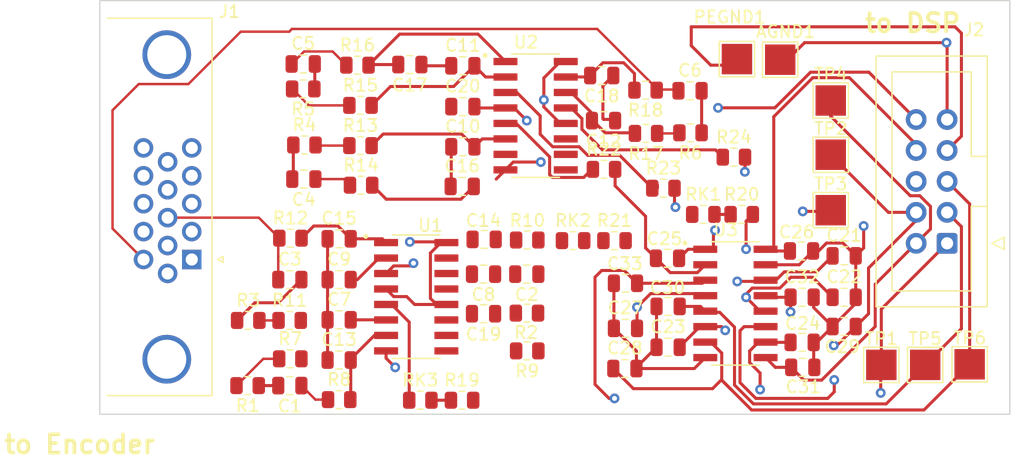
<source format=kicad_pcb>
(kicad_pcb (version 20221018) (generator pcbnew)
  (layers (0 "F.Cu" signal) (1 "In1.Cu" signal) (2 "In2.Cu" signal) (31 "B.Cu" signal) (34 "B.Paste" user) (35 "F.Paste" user) (36 "B.SilkS" user "B.Silkscreen") (37 "F.SilkS" user "F.Silkscreen") (38 "B.Mask" user) (39 "F.Mask" user) (44 "Edge.Cuts" user))
  (net 0 "")
  (net 1 "/ENCA-")
  (net 2 "Net-(C1-Pad2)")
  (net 3 "/ENCB-")
  (net 4 "Net-(C2-Pad2)")
  (net 5 "/ENCZ-")
  (net 6 "Net-(C3-Pad2)")
  (net 7 "/HALL_U-")
  (net 8 "Net-(C4-Pad2)")
  (net 9 "/HALL_V-")
  (net 10 "Net-(C5-Pad2)")
  (net 11 "/HALL_W-")
  (net 12 "Net-(C6-Pad2)")
  (net 13 "AGND")
  (net 14 "Net-(U1-IN_C+)")
  (net 15 "Net-(U1-IN_B+)")
  (net 16 "Net-(U1-IN_A+)")
  (net 17 "Net-(U2-IN_C+)")
  (net 18 "Net-(U2-IN_A+)")
  (net 19 "Net-(U2-IN_B+)")
  (net 20 "Net-(U1-IN_C-)")
  (net 21 "Net-(U1-IN_B-)")
  (net 22 "Net-(U1-IN_A-)")
  (net 23 "Net-(U2-IN_C-)")
  (net 24 "Net-(U2-IN_A-)")
  (net 25 "Net-(U2-IN_B-)")
  (net 26 "D+5V")
  (net 27 "Net-(U3-6A)")
  (net 28 "Net-(U3-5A)")
  (net 29 "/HALLW-5V")
  (net 30 "Net-(U3-4A)")
  (net 31 "/HALLU-5V")
  (net 32 "VDD")
  (net 33 "/HALLV-5V")
  (net 34 "/QEP1_HALL_W")
  (net 35 "/MQEP1B")
  (net 36 "/QEP1_HALL_V")
  (net 37 "/MQEP1A")
  (net 38 "/MQEP1Z")
  (net 39 "/QEP1_HALL_U")
  (net 40 "/HALL_V+")
  (net 41 "/HALL_U+")
  (net 42 "/ENCZ+")
  (net 43 "/ENCB+")
  (net 44 "/ENCA+")
  (net 45 "/HALL_W+")
  (net 46 "PE_GND")
  (net 47 "Net-(R19-Pad1)")
  (net 48 "Net-(R20-Pad1)")
  (net 49 "Net-(R21-Pad1)")
  (net 50 "Net-(U2-OUT_C)")
  (net 51 "Net-(U2-OUT_A)")
  (net 52 "Net-(U2-OUT_B)")
  (net 53 "Net-(U1-OUT_B)")
  (net 54 "Net-(U1-OUT_A)")
  (net 55 "Net-(U1-OUT_C)")
  (footprint "TestPoint:TestPoint_Pad_2.5x2.5mm" (layer "F.Cu") (at 122.8 121.8)
    (fp_text reference "TP1")
    (fp_text value "IV黄色测试点")
  )
  (footprint "Connector_Dsub:DSUB-15-HD_Female_Horizontal_P2.29x1.98mm_EdgePinOffset3.03mm_Housed_MountingHolesOffset4.94mm" (layer "F.Cu") (at 66.200331 113.15 -90)
    (fp_text reference "J1")
    (fp_text value "L77HDE15SD1CH4RHNVGA")
  )
  (footprint "Resistor_SMD:R_0805_2012Metric" (layer "F.Cu") (at 88.3875 124.7)
    (fp_text reference "R19")
    (fp_text value "1K")
  )
  (footprint "Capacitor_SMD:C_0805_2012Metric" (layer "F.Cu") (at 99.85 98.05 180)
    (fp_text reference "C18")
    (fp_text value "102")
  )
  (footprint "Capacitor_SMD:C_0805_2012Metric" (layer "F.Cu") (at 116.35 122)
    (fp_text reference "C31")
    (fp_text value "102")
  )
  (footprint "Capacitor_SMD:C_0805_2012Metric" (layer "F.Cu") (at 101.8 118.8)
    (fp_text reference "C27")
    (fp_text value "101")
  )
  (footprint "Resistor_SMD:R_0805_2012Metric" (layer "F.Cu") (at 84.9625 124.7)
    (fp_text reference "RK3")
    (fp_text value "0R")
  )
  (footprint "TestPoint:TestPoint_Pad_2.5x2.5mm" (layer "F.Cu") (at 118.65 100.1)
    (fp_text reference "TP4")
    (fp_text value "IV黄色测试点")
  )
  (footprint "TestPoint:TestPoint_Pad_2.5x2.5mm" (layer "F.Cu") (at 118.65 104.55)
    (fp_text reference "TP2")
    (fp_text value "IV黄色测试点")
  )
  (footprint "Capacitor_SMD:C_0805_2012Metric" (layer "F.Cu") (at 116.25 112.45)
    (fp_text reference "C26")
    (fp_text value "104")
  )
  (footprint "TestPoint:TestPoint_Pad_2.5x2.5mm" (layer "F.Cu") (at 118.65 109.1)
    (fp_text reference "TP3")
    (fp_text value "IV黄色测试点")
  )
  (footprint "Capacitor_SMD:C_0805_2012Metric" (layer "F.Cu") (at 74.25 123.5 180)
    (fp_text reference "C1")
    (fp_text value "103")
  )
  (footprint "Resistor_SMD:R_0805_2012Metric" (layer "F.Cu") (at 70.8375 118.15)
    (fp_text reference "R3")
    (fp_text value "241")
  )
  (footprint "Resistor_SMD:R_0805_2012Metric" (layer "F.Cu") (at 80.05 100.5)
    (fp_text reference "R15")
    (fp_text value "1001R")
  )
  (footprint "Resistor_SMD:R_0805_2012Metric" (layer "F.Cu") (at 93.7375 120.65 180)
    (fp_text reference "R9")
    (fp_text value "1001R")
  )
  (footprint "Capacitor_SMD:C_0805_2012Metric" (layer "F.Cu") (at 116.3 116.25)
    (fp_text reference "C32")
    (fp_text value "102")
  )
  (footprint "Capacitor_SMD:C_0805_2012Metric" (layer "F.Cu") (at 101.75 122.1)
    (fp_text reference "C28")
    (fp_text value "102")
  )
  (footprint "Resistor_SMD:R_0805_2012Metric" (layer "F.Cu") (at 74.2875 121.3)
    (fp_text reference "R7")
    (fp_text value "1001R")
  )
  (footprint "Capacitor_SMD:C_0805_2012Metric" (layer "F.Cu") (at 88.4 107.15)
    (fp_text reference "C16")
    (fp_text value "102")
  )
  (footprint "Capacitor_SMD:C_0805_2012Metric" (layer "F.Cu") (at 100 101.75 180)
    (fp_text reference "C12")
    (fp_text value "102")
  )
  (footprint "Resistor_SMD:R_0805_2012Metric" (layer "F.Cu") (at 97.5 111.6)
    (fp_text reference "RK2")
    (fp_text value "0R")
  )
  (footprint "Resistor_SMD:R_0805_2012Metric" (layer "F.Cu") (at 80.1 107.05)
    (fp_text reference "R14")
    (fp_text value "1001R")
  )
  (footprint "Resistor_SMD:R_0805_2012Metric" (layer "F.Cu") (at 100.0375 105.75)
    (fp_text reference "R22")
    (fp_text value "1K")
  )
  (footprint "Resistor_SMD:R_0805_2012Metric" (layer "F.Cu") (at 78.3 124.65)
    (fp_text reference "R8")
    (fp_text value "1001R")
  )
  (footprint "Connector_IDC:IDC-Header_2x05_P2.54mm_Vertical" (layer "F.Cu") (at 128.2 111.82 180)
    (fp_text reference "J2")
    (fp_text value "HIF3FC-10PA-2.54DSA")
  )
  (footprint "Capacitor_SMD:C_0805_2012Metric" (layer "F.Cu") (at 88.45 103.9)
    (fp_text reference "C10")
    (fp_text value "102")
  )
  (footprint "Capacitor_SMD:C_0805_2012Metric" (layer "F.Cu") (at 90.2 111.5 180)
    (fp_text reference "C14")
    (fp_text value "102")
  )
  (footprint "TestPoint:TestPoint_Pad_2.5x2.5mm" (layer "F.Cu") (at 130.05 121.75)
    (fp_text reference "TP6")
    (fp_text value "IV黄色测试点")
  )
  (footprint "Capacitor_SMD:C_0805_2012Metric" (layer "F.Cu") (at 119.75 116.25)
    (fp_text reference "C22")
    (fp_text value "101")
  )
  (footprint "Capacitor_SMD:C_0805_2012Metric" (layer "F.Cu") (at 78.3 114.8)
    (fp_text reference "C9")
    (fp_text value "102")
  )
  (footprint "Capacitor_SMD:C_0805_2012Metric" (layer "F.Cu") (at 90.15 114.35 180)
    (fp_text reference "C8")
    (fp_text value "102")
  )
  (footprint "Capacitor_SMD:C_0805_2012Metric" (layer "F.Cu") (at 75.35 97.1)
    (fp_text reference "C5")
    (fp_text value "103")
  )
  (footprint "Capacitor_SMD:C_0805_2012Metric" (layer "F.Cu") (at 78.3 111.45)
    (fp_text reference "C15")
    (fp_text value "102")
  )
  (footprint "Capacitor_SMD:C_0805_2012Metric" (layer "F.Cu") (at 119.75 118.65 180)
    (fp_text reference "C29")
    (fp_text value "102")
  )
  (footprint "Capacitor_SMD:C_0805_2012Metric" (layer "F.Cu") (at 93.7 114.35 180)
    (fp_text reference "C2")
    (fp_text value "103")
  )
  (footprint "Resistor_SMD:R_0805_2012Metric" (layer "F.Cu") (at 74.3 111.4)
    (fp_text reference "R12")
    (fp_text value "1001R")
  )
  (footprint "Resistor_SMD:R_0805_2012Metric" (layer "F.Cu") (at 103.45 99.25 180)
    (fp_text reference "R18")
    (fp_text value "1001R")
  )
  (footprint "Resistor_SMD:R_0805_2012Metric" (layer "F.Cu") (at 100.9 111.6)
    (fp_text reference "R21")
    (fp_text value "1K")
  )
  (footprint "Capacitor_SMD:C_0805_2012Metric" (layer "F.Cu") (at 105.3 120.35)
    (fp_text reference "C23")
    (fp_text value "101")
  )
  (footprint "Resistor_SMD:R_0805_2012Metric" (layer "F.Cu") (at 80.05 103.8)
    (fp_text reference "R13")
    (fp_text value "1001R")
  )
  (footprint "Resistor_SMD:R_0805_2012Metric" (layer "F.Cu") (at 70.7875 123.5 180)
    (fp_text reference "R1")
    (fp_text value "241")
  )
  (footprint "Resistor_SMD:R_0805_2012Metric" (layer "F.Cu") (at 108.19 109.45)
    (fp_text reference "RK1")
    (fp_text value "0R")
  )
  (footprint "Capacitor_SMD:C_0805_2012Metric" (layer "F.Cu") (at 78.3 121.4)
    (fp_text reference "C13")
    (fp_text value "102")
  )
  (footprint "Capacitor_SMD:C_0805_2012Metric" (layer "F.Cu") (at 74.25 114.8)
    (fp_text reference "C3")
    (fp_text value "103")
  )
  (footprint "Resistor_SMD:R_0805_2012Metric" (layer "F.Cu") (at 104.9125 107.3)
    (fp_text reference "R23")
    (fp_text value "1K")
  )
  (footprint "Capacitor_SMD:C_0805_2012Metric" (layer "F.Cu") (at 84.1 97.15 180)
    (fp_text reference "C17")
    (fp_text value "102")
  )
  (footprint "Resistor_SMD:R_0805_2012Metric" (layer "F.Cu") (at 74.2375 118.15)
    (fp_text reference "R11")
    (fp_text value "1001R")
  )
  (footprint "Capacitor_SMD:C_0805_2012Metric" (layer "F.Cu") (at 116.3 119.95)
    (fp_text reference "C24")
    (fp_text value "101")
  )
  (footprint "Capacitor_SMD:C_0805_2012Metric" (layer "F.Cu") (at 88.45 97.25)
    (fp_text reference "C11")
    (fp_text value "102")
  )
  (footprint "Capacitor_SMD:C_0805_2012Metric" (layer "F.Cu") (at 107.1 99.3)
    (fp_text reference "C6")
    (fp_text value "103")
  )
  (footprint "Resistor_SMD:R_0805_2012Metric" (layer "F.Cu") (at 75.35 99.15 180)
    (fp_text reference "R5")
    (fp_text value "241")
  )
  (footprint "TestPoint:TestPoint_Pad_2.5x2.5mm" (layer "F.Cu") (at 126.4 121.8)
    (fp_text reference "TP5")
    (fp_text value "IV黄色测试点")
  )
  (footprint "Capacitor_SMD:C_0805_2012Metric" (layer "F.Cu") (at 78.3 118.1)
    (fp_text reference "C7")
    (fp_text value "102")
  )
  (footprint "Capacitor_SMD:C_0805_2012Metric" (layer "F.Cu") (at 119.75 112.85)
    (fp_text reference "C21")
    (fp_text value "101")
  )
  (footprint "Capacitor_SMD:C_0805_2012Metric" (layer "F.Cu") (at 105.25 113.05 180)
    (fp_text reference "C25")
    (fp_text value "101")
  )
  (footprint "mylib_pcb:SOIC127P600X175-16N" (layer "F.Cu") (at 110.825 116.755)
    (fp_text reference "U3")
    (fp_text value "SN74HC365D")
  )
  (footprint "Resistor_SMD:R_0805_2012Metric" (layer "F.Cu") (at 75.45 103.75)
    (fp_text reference "R4")
    (fp_text value "241")
  )
  (footprint "Resistor_SMD:R_0805_2012Metric" (layer "F.Cu") (at 79.8 97.2)
    (fp_text reference "R16")
    (fp_text value "1001R")
  )
  (footprint "Capacitor_SMD:C_0805_2012Metric" (layer "F.Cu") (at 101.8 115.1 180)
    (fp_text reference "C33")
    (fp_text value "102")
  )
  (footprint "mylib_pcb:SOIC127P600X175-16N" (layer "F.Cu") (at 84.625 116.205)
    (fp_text reference "U1")
    (fp_text value "DS3486M")
  )
  (footprint "Capacitor_SMD:C_0805_2012Metric" (layer "F.Cu") (at 75.4 106.55 180)
    (fp_text reference "C4")
    (fp_text value "103")
  )
  (footprint "mylib_pcb:SOIC127P600X175-16N" (layer "F.Cu") (at 94.425 101.3455)
    (fp_text reference "U2")
    (fp_text value "DS3486M")
  )
  (footprint "TestPoint:TestPoint_Pad_2.5x2.5mm" (layer "F.Cu") (at 114.5 96.75)
    (fp_text reference "AGND1")
    (fp_text value "IV黄色测试点")
  )
  (footprint "Capacitor_SMD:C_0805_2012Metric" (layer "F.Cu") (at 105.3 117 180)
    (fp_text reference "C30")
    (fp_text value "102")
  )
  (footprint "Resistor_SMD:R_0805_2012Metric" (layer "F.Cu") (at 110.7 104.75)
    (fp_text reference "R24")
    (fp_text value "1K")
  )
  (footprint "Resistor_SMD:R_0805_2012Metric" (layer "F.Cu") (at 111.34 109.45)
    (fp_text reference "R20")
    (fp_text value "1K")
  )
  (footprint "Resistor_SMD:R_0805_2012Metric" (layer "F.Cu") (at 93.7375 111.55 180)
    (fp_text reference "R10")
    (fp_text value "1001R")
  )
  (footprint "Resistor_SMD:R_0805_2012Metric" (layer "F.Cu") (at 107.1375 102.75 180)
    (fp_text reference "R6")
    (fp_text value "241")
  )
  (footprint "Capacitor_SMD:C_0805_2012Metric" (layer "F.Cu") (at 88.45 100.6)
    (fp_text reference "C20")
    (fp_text value "104")
  )
  (footprint "Resistor_SMD:R_0805_2012Metric" (layer "F.Cu") (at 93.7125 117.55)
    (fp_text reference "R2")
    (fp_text value "241")
  )
  (footprint "Resistor_SMD:R_0805_2012Metric" (layer "F.Cu") (at 103.4875 102.8 180)
    (fp_text reference "R17")
    (fp_text value "1001R")
  )
  (footprint "Capacitor_SMD:C_0805_2012Metric" (layer "F.Cu") (at 90.15 117.6 180)
    (fp_text reference "C19")
    (fp_text value "104")
  )
  (footprint "TestPoint:TestPoint_Pad_2.5x2.5mm" (layer "F.Cu") (at 110.95 96.7)
    (fp_text reference "PEGND1")
    (fp_text value "IV黄色测试点")
  )
  (gr_rect (start 58.65 91.9) (end 133.35 125.85) (stroke (width 0.1)) (fill none) (layer "Edge.Cuts"))
  (gr_text "to DSP" (at 121.285 94.615) (layer "F.SilkS") (effects (font (size 1.5 1.5) (thickness 0.3) bold) (justify left bottom)))
  (gr_text "to Encoder" (at 50.65 129.2) (layer "F.SilkS") (effects (font (size 1.5 1.5) (thickness 0.3) bold) (justify left bottom)))
  (segment (start 76.35 124.65) (end 75.2 123.5) (width 0.2) (layer "F.Cu") (net 1))
  (segment (start 77.3875 124.65) (end 76.35 124.65) (width 0.2) (layer "F.Cu") (net 1))
  (segment (start 73.3 123.5) (end 71.7 123.5) (width 0.25) (layer "F.Cu") (net 2))
  (segment (start 73.3 114.8) (end 73.3 111.4875) (width 0.2) (layer "F.Cu") (net 5))
  (segment (start 64.220331 109.715) (end 71.7025 109.715) (width 0.2) (layer "F.Cu") (net 5))
  (segment (start 71.7025 109.715) (end 73.3875 111.4) (width 0.2) (layer "F.Cu") (net 5))
  (segment (start 73.3 111.4875) (end 73.3875 111.4) (width 0.2) (layer "F.Cu") (net 5))
  (segment (start 73.3 116.7) (end 75.2 114.8) (width 0.25) (layer "F.Cu") (net 6))
  (segment (start 71.375 116.7) (end 73.3 116.7) (width 0.25) (layer "F.Cu") (net 6))
  (segment (start 69.925 118.15) (end 71.375 116.7) (width 0.25) (layer "F.Cu") (net 6))
  (segment (start 76.35 106.55) (end 78.6875 106.55) (width 0.2) (layer "F.Cu") (net 7))
  (segment (start 78.6875 106.55) (end 79.1875 107.05) (width 0.2) (layer "F.Cu") (net 7))
  (segment (start 74.5375 103.75) (end 74.5375 106.4625) (width 0.25) (layer "F.Cu") (net 8))
  (segment (start 74.5375 106.4625) (end 74.45 106.55) (width 0.25) (layer "F.Cu") (net 8))
  (segment (start 78.8875 97.2) (end 77.7625 96.075) (width 0.2) (layer "F.Cu") (net 9))
  (segment (start 77.7625 96.075) (end 75.425 96.075) (width 0.2) (layer "F.Cu") (net 9))
  (segment (start 75.425 96.075) (end 74.4 97.1) (width 0.2) (layer "F.Cu") (net 9))
  (segment (start 76.3 99.1125) (end 76.2625 99.15) (width 0.25) (layer "F.Cu") (net 10))
  (segment (start 76.3 97.1) (end 76.3 99.1125) (width 0.25) (layer "F.Cu") (net 10))
  (segment (start 74.425 94.225) (end 74.2 94.45) (width 0.2) (layer "F.Cu") (net 11))
  (segment (start 99.47604 94.225) (end 74.425 94.225) (width 0.2) (layer "F.Cu") (net 11))
  (segment (start 61.85 98.75) (end 59.7 100.9) (width 0.2) (layer "F.Cu") (net 11))
  (segment (start 74.2 94.45) (end 70.224696 94.45) (width 0.2) (layer "F.Cu") (net 11))
  (segment (start 104.65 99.2) (end 106.2195 99.2) (width 0.2) (layer "F.Cu") (net 11))
  (segment (start 104.3625 99.25) (end 104.3625 99.11146) (width 0.2) (layer "F.Cu") (net 11))
  (segment (start 65.924696 98.75) (end 61.85 98.75) (width 0.2) (layer "F.Cu") (net 11))
  (segment (start 59.7 100.9) (end 59.7 110.609669) (width 0.2) (layer "F.Cu") (net 11))
  (segment (start 70.224696 94.45) (end 65.924696 98.75) (width 0.2) (layer "F.Cu") (net 11))
  (segment (start 59.7 110.609669) (end 62.240331 113.15) (width 0.2) (layer "F.Cu") (net 11))
  (segment (start 106.2195 99.2) (end 106.22 99.2005) (width 0.2) (layer "F.Cu") (net 11))
  (segment (start 104.3625 99.11146) (end 99.47604 94.225) (width 0.2) (layer "F.Cu") (net 11))
  (segment (start 108.05 99.3) (end 108.05 102.75) (width 0.25) (layer "F.Cu") (net 12))
  (segment (start 117.25 112.85) (end 118.3 111.8) (width 0.25) (layer "F.Cu") (net 13))
  (segment (start 87.5 97.25) (end 85.15 97.25) (width 0.25) (layer "F.Cu") (net 13))
  (segment (start 100.8 98.05) (end 99.947391 98.902609) (width 0.25) (layer "F.Cu") (net 13))
  (segment (start 106.94 112.31) (end 108.35 112.31) (width 0.25) (layer "F.Cu") (net 13))
  (segment (start 120.7 116.25) (end 120.7 116.75) (width 0.25) (layer "F.Cu") (net 13))
  (segment (start 102.7 120.65) (end 102.7 122.1) (width 0.25) (layer "F.Cu") (net 13))
  (segment (start 128.2 101.66) (end 128.2 95.4) (width 0.25) (layer "F.Cu") (net 13))
  (segment (start 113.3 113.58) (end 116.07 113.58) (width 0.25) (layer "F.Cu") (net 13))
  (segment (start 104.35 117) (end 104.35 120.35) (width 0.25) (layer "F.Cu") (net 13))
  (segment (start 107.45 122.1) (end 102.7 122.1) (width 0.25) (layer "F.Cu") (net 13))
  (segment (start 117.25 119.95) (end 117.5 119.95) (width 0.25) (layer "F.Cu") (net 13))
  (segment (start 99.947391 101.597891) (end 100 101.6505) (width 0.25) (layer "F.Cu") (net 13))
  (segment (start 82.15 121.25) (end 82.15 120.65) (width 0.25) (layer "F.Cu") (net 13))
  (segment (start 94.85 105.1505) (end 92.59 105.1505) (width 0.25) (layer "F.Cu") (net 13))
  (segment (start 117.25 121.95) (end 117.3 122) (width 0.25) (layer "F.Cu") (net 13))
  (segment (start 106.2 113.05) (end 106.94 112.31) (width 0.25) (layer "F.Cu") (net 13))
  (segment (start 85.15 97.25) (end 85.05 97.15) (width 0.25) (layer "F.Cu") (net 13))
  (segment (start 77.35 111.45) (end 77.35 114.8) (width 0.25) (layer "F.Cu") (net 13))
  (segment (start 118.3 111.8) (end 119.65 111.8) (width 0.25) (layer "F.Cu") (net 13))
  (segment (start 119.65 111.8) (end 120.7 112.85) (width 0.25) (layer "F.Cu") (net 13))
  (segment (start 117.25 117.1) (end 118.8 118.65) (width 0.25) (layer "F.Cu") (net 13))
  (segment (start 99.947391 98.902609) (end 99.947391 101.597891) (width 0.25) (layer "F.Cu") (net 13))
  (segment (start 120.7 112.85) (end 120.7 116.25) (width 0.25) (layer "F.Cu") (net 13))
  (segment (start 109.02 112.405) (end 108.83 112.215) (width 0.25) (layer "F.Cu") (net 13))
  (segment (start 100.8995 101.6505) (end 100.9 101.65) (width 0.25) (layer "F.Cu") (net 13))
  (segment (start 116.07 113.58) (end 117.2 112.45) (width 0.25) (layer "F.Cu") (net 13))
  (segment (start 102.7 122) (end 104.35 120.35) (width 0.25) (layer "F.Cu") (net 13))
  (segment (start 77.35 114.8) (end 77.35 118.1) (width 0.25) (layer "F.Cu") (net 13))
  (segment (start 77.35 118.1) (end 77.35 121.4) (width 0.25) (layer "F.Cu") (net 13))
  (segment (start 87.5 103.9) (end 87.5 107.1) (width 0.25) (layer "F.Cu") (net 13))
  (segment (start 116.5 95.35) (end 128.15 95.35) (width 0.25) (layer "F.Cu") (net 13))
  (segment (start 120.7 116.75) (end 118.8 118.65) (width 0.25) (layer "F.Cu") (net 13))
  (segment (start 82.9 122) (end 82.15 121.25) (width 0.25) (layer "F.Cu") (net 13))
  (segment (start 100.85 115.1) (end 100.85 118.8) (width 0.25) (layer "F.Cu") (net 13))
  (segment (start 92.59 105.1505) (end 91.95 105.7905) (width 0.25) (layer "F.Cu") (net 13))
  (segment (start 100 101.6505) (end 100.8995 101.6505) (width 0.25) (layer "F.Cu") (net 13))
  (segment (start 100.85 118.8) (end 102.7 120.65) (width 0.25) (layer "F.Cu") (net 13))
  (segment (start 128.2 95.4) (end 128.15 95.35) (width 0.25) (layer "F.Cu") (net 13))
  (segment (start 117.5 119.95) (end 118.8 118.65) (width 0.25) (layer "F.Cu") (net 13))
  (segment (start 108.35 121.2) (end 107.45 122.1) (width 0.25) (layer "F.Cu") (net 13))
  (segment (start 109.02 110.88) (end 109.02 112.405) (width 0.25) (layer "F.Cu") (net 13))
  (segment (start 114.65 97.2) (end 116.5 95.35) (width 0.25) (layer "F.Cu") (net 13))
  (segment (start 87.5 107.1) (end 87.45 107.15) (width 0.25) (layer "F.Cu") (net 13))
  (segment (start 87.5 104.481) (end 87.5 103.9) (width 0.25) (layer "F.Cu") (net 13))
  (segment (start 120.7 112.85) (end 121.35 112.2) (width 0.25) (layer "F.Cu") (net 13))
  (segment (start 117.25 119.95) (end 117.25 121.95) (width 0.25) (layer "F.Cu") (net 13))
  (segment (start 109.15 110.75) (end 109.02 110.88) (width 0.25) (layer "F.Cu") (net 13))
  (segment (start 117.25 116.25) (end 117.25 117.1) (width 0.25) (layer "F.Cu") (net 13))
  (segment (start 121.35 112.2) (end 121.35 110.4) (width 0.25) (layer "F.Cu") (net 13))
  (segment (start 91.95 105.7905) (end 91.1905 106.55) (width 0.25) (layer "F.Cu") (net 13))
  (segment (start 109.02 121.295) (end 109.015 121.3) (width 0.25) (layer "F.Cu") (net 13))
  (segment (start 113.6 97.2) (end 114.65 97.2) (width 0.25) (layer "F.Cu") (net 13))
  (segment (start 102.7 122.1) (end 102.7 122) (width 0.25) (layer "F.Cu") (net 13))
  (via (at 128.15 95.35) (size 0.8) (drill 0.4) (layers "F.Cu" "B.Cu") (net 13))
  (via (at 121.35 110.4) (size 0.8) (drill 0.4) (layers "F.Cu" "B.Cu") (net 13))
  (via (at 82.9 122) (size 0.8) (drill 0.4) (layers "F.Cu" "B.Cu") (net 13))
  (via (at 94.85 105.1505) (size 0.8) (drill 0.4) (layers "F.Cu" "B.Cu") (net 13))
  (via (at 109.15 110.75) (size 0.8) (drill 0.4) (layers "F.Cu" "B.Cu") (net 13))
  (segment (start 81.53 118.1) (end 81.54 118.11) (width 0.25) (layer "F.Cu") (net 14))
  (segment (start 81.54 118.11) (end 82.15 118.11) (width 0.25) (layer "F.Cu") (net 14))
  (segment (start 79.25 118.1) (end 81.53 118.1) (width 0.25) (layer "F.Cu") (net 14))
  (segment (start 79.25 114.8) (end 79.7945 114.8) (width 0.25) (layer "F.Cu") (net 16))
  (segment (start 81.5645 113.03) (end 82.15 113.03) (width 0.25) (layer "F.Cu") (net 16))
  (segment (start 79.7945 114.8) (end 81.5645 113.03) (width 0.25) (layer "F.Cu") (net 16))
  (segment (start 80.9625 103.8) (end 81.9125 102.85) (width 0.25) (layer "F.Cu") (net 17))
  (segment (start 90.0495 103.2505) (end 89.4 103.9) (width 0.25) (layer "F.Cu") (net 17))
  (segment (start 91.95 103.2505) (end 90.0495 103.2505) (width 0.25) (layer "F.Cu") (net 17))
  (segment (start 81.9125 102.85) (end 88.35 102.85) (width 0.25) (layer "F.Cu") (net 17))
  (segment (start 88.35 102.85) (end 89.4 103.9) (width 0.25) (layer "F.Cu") (net 17))
  (segment (start 87.7 98.95) (end 89.4 97.25) (width 0.25) (layer "F.Cu") (net 18))
  (segment (start 80.9625 100.5) (end 82.5125 98.95) (width 0.25) (layer "F.Cu") (net 18))
  (segment (start 90.3205 98.1705) (end 89.4 97.25) (width 0.25) (layer "F.Cu") (net 18))
  (segment (start 91.95 98.1705) (end 90.3205 98.1705) (width 0.25) (layer "F.Cu") (net 18))
  (segment (start 82.5125 98.95) (end 87.7 98.95) (width 0.25) (layer "F.Cu") (net 18))
  (segment (start 102.48 102.7505) (end 100.132391 102.7505) (width 0.25) (layer "F.Cu") (net 19))
  (segment (start 97.360016 99.4505) (end 96.91 99.4505) (width 0.25) (layer "F.Cu") (net 19))
  (segment (start 100.132391 102.7505) (end 99.04 101.658109) (width 0.25) (layer "F.Cu") (net 19))
  (segment (start 99.04 101.658109) (end 99.04 101.6505) (width 0.25) (layer "F.Cu") (net 19))
  (segment (start 99.04 101.130484) (end 97.360016 99.4505) (width 0.25) (layer "F.Cu") (net 19))
  (segment (start 99.04 101.6505) (end 99.04 101.130484) (width 0.25) (layer "F.Cu") (net 19))
  (segment (start 96.91 99.4505) (end 96.9 99.4405) (width 0.25) (layer "F.Cu") (net 19))
  (segment (start 79.25 121.4) (end 79.25 121.32) (width 0.25) (layer "F.Cu") (net 20))
  (segment (start 79.25 124.6125) (end 79.2125 124.65) (width 0.25) (layer "F.Cu") (net 20))
  (segment (start 79.25 121.32) (end 81.19 119.38) (width 0.25) (layer "F.Cu") (net 20))
  (segment (start 79.25 121.4) (end 79.25 124.6125) (width 0.25) (layer "F.Cu") (net 20))
  (segment (start 81.19 119.38) (end 82.15 119.38) (width 0.25) (layer "F.Cu") (net 20))
  (segment (start 87.11 113.04) (end 87.1 113.03) (width 0.25) (layer "F.Cu") (net 21))
  (segment (start 75.2125 111.4) (end 76.2125 110.4) (width 0.25) (layer "F.Cu") (net 22))
  (segment (start 78.2 110.4) (end 79.25 111.45) (width 0.25) (layer "F.Cu") (net 22))
  (segment (start 81.84 111.45) (end 82.15 111.76) (width 0.25) (layer "F.Cu") (net 22))
  (segment (start 79.25 111.45) (end 81.84 111.45) (width 0.25) (layer "F.Cu") (net 22))
  (segment (start 76.2125 110.4) (end 78.2 110.4) (width 0.25) (layer "F.Cu") (net 22))
  (segment (start 88.3 108.2) (end 82.1625 108.2) (width 0.25) (layer "F.Cu") (net 23))
  (segment (start 89.35 107.15) (end 88.3 108.2) (width 0.25) (layer "F.Cu") (net 23))
  (segment (start 91.95 104.5205) (end 91.497609 104.5205) (width 0.25) (layer "F.Cu") (net 23))
  (segment (start 82.1625 108.2) (end 81.0125 107.05) (width 0.25) (layer "F.Cu") (net 23))
  (segment (start 91.95 96.9005) (end 89.6995 94.65) (width 0.25) (layer "F.Cu") (net 24))
  (segment (start 89.6995 94.65) (end 83.2625 94.65) (width 0.25) (layer "F.Cu") (net 24))
  (segment (start 80.7625 97.15) (end 80.7125 97.2) (width 0.25) (layer "F.Cu") (net 24))
  (segment (start 83.2625 94.65) (end 80.7125 97.2) (width 0.25) (layer "F.Cu") (net 24))
  (segment (start 83.15 97.15) (end 80.7625 97.15) (width 0.25) (layer "F.Cu") (net 24))
  (segment (start 101.65 97) (end 102.5375 97.8875) (width 0.25) (layer "F.Cu") (net 25))
  (segment (start 102.5375 97.8875) (end 102.5375 99.25) (width 0.25) (layer "F.Cu") (net 25))
  (segment (start 97.355016 98.1655) (end 97.350016 98.1705) (width 0.25) (layer "F.Cu") (net 25))
  (segment (start 98.9 98.05) (end 99.95 97) (width 0.25) (layer "F.Cu") (net 25))
  (segment (start 98.987391 98.157891) (end 98.987391 98.1655) (width 0.25) (layer "F.Cu") (net 25))
  (segment (start 99.95 97) (end 101.65 97) (width 0.25) (layer "F.Cu") (net 25))
  (segment (start 97.350016 98.1705) (end 96.9 98.1705) (width 0.25) (layer "F.Cu") (net 25))
  (segment (start 98.987391 98.1655) (end 97.355016 98.1655) (width 0.25) (layer "F.Cu") (net 25))
  (segment (start 116.988604 97.775) (end 114.063604 100.7) (width 0.25) (layer "F.Cu") (net 26))
  (segment (start 85.79 116.34) (end 86.29 116.84) (width 0.25) (layer "F.Cu") (net 26))
  (segment (start 87.550016 116.84) (end 87.1 116.84) (width 0.25) (layer "F.Cu") (net 26))
  (segment (start 86.29 116.84) (end 87.1 116.84) (width 0.25) (layer "F.Cu") (net 26))
  (segment (start 92.6605 100.7105) (end 93.7 101.75) (width 0.25) (layer "F.Cu") (net 26))
  (segment (start 82.839984 115.57) (end 82.15 115.57) (width 0.25) (layer "F.Cu") (net 26))
  (segment (start 87.1 111.76) (end 86.649984 111.76) (width 0.25) (layer "F.Cu") (net 26))
  (segment (start 95.1 100.630516) (end 96.449984 101.9805) (width 0.25) (layer "F.Cu") (net 26))
  (segment (start 81.699984 115.57) (end 82.15 115.57) (width 0.25) (layer "F.Cu") (net 26))
  (segment (start 91.95 100.7105) (end 92.6605 100.7105) (width 0.25) (layer "F.Cu") (net 26))
  (segment (start 86.649984 111.76) (end 85.79 112.619984) (width 0.25) (layer "F.Cu") (net 26))
  (segment (start 96.9 96.9005) (end 96.449984 96.9005) (width 0.25) (layer "F.Cu") (net 26))
  (segment (start 95.1 98.250484) (end 95.1 100.05) (width 0.25) (layer "F.Cu") (net 26))
  (segment (start 91.95 100.7105) (end 89.5105 100.7105) (width 0.25) (layer "F.Cu") (net 26))
  (segment (start 82.15 115.57) (end 82.775 116.195) (width 0.25) (layer "F.Cu") (net 26))
  (segment (start 87.04 111.7) (end 87.1 111.76) (width 0.25) (layer "F.Cu") (net 26))
  (segment (start 83.845 116.195) (end 84.49 116.84) (width 0.25) (layer "F.Cu") (net 26))
  (segment (start 89.5105 100.7105) (end 89.4 100.6) (width 0.25) (layer "F.Cu") (net 26))
  (segment (start 95.1 100.05) (end 95.1 100.630516) (width 0.25) (layer "F.Cu") (net 26))
  (segment (start 85.79 112.619984) (end 85.79 116.34) (width 0.25) (layer "F.Cu") (net 26))
  (segment (start 84.1 111.7) (end 87.04 111.7) (width 0.25) (layer "F.Cu") (net 26))
  (segment (start 96.449984 101.9805) (end 96.9 101.9805) (width 0.25) (layer "F.Cu") (net 26))
  (segment (start 121.775 97.775) (end 116.988604 97.775) (width 0.25) (layer "F.Cu") (net 26))
  (segment (start 96.449984 96.9005) (end 95.1 98.250484) (width 0.25) (layer "F.Cu") (net 26))
  (segment (start 114.063604 100.7) (end 109.4 100.7) (width 0.25) (layer "F.Cu") (net 26))
  (segment (start 82.775 116.195) (end 83.845 116.195) (width 0.25) (layer "F.Cu") (net 26))
  (segment (start 84.49 116.84) (end 87.1 116.84) (width 0.25) (layer "F.Cu") (net 26))
  (segment (start 125.66 101.66) (end 121.775 97.775) (width 0.25) (layer "F.Cu") (net 26))
  (via (at 93.7 101.75) (size 0.8) (drill 0.4) (layers "F.Cu" "B.Cu") (net 26))
  (via (at 84.1 111.7) (size 0.8) (drill 0.4) (layers "F.Cu" "B.Cu") (net 26))
  (via (at 109.4 100.7) (size 0.8) (drill 0.4) (layers "F.Cu" "B.Cu") (net 26))
  (via (at 95.1 100.05) (size 0.8) (drill 0.4) (layers "F.Cu" "B.Cu") (net 26))
  (segment (start 118.8 112.85) (end 117.49 114.16) (width 0.25) (layer "F.Cu") (net 27))
  (segment (start 111.205 114.945) (end 111.2 114.95) (width 0.25) (layer "F.Cu") (net 27))
  (segment (start 117.49 114.16) (end 114.84 114.16) (width 0.25) (layer "F.Cu") (net 27))
  (segment (start 114.84 114.16) (end 114.15 114.85) (width 0.25) (layer "F.Cu") (net 27))
  (segment (start 113.97 114.945) (end 111.205 114.945) (width 0.25) (layer "F.Cu") (net 27))
  (segment (start 111.2 114.95) (end 110.9755 114.95) (width 0.25) (layer "F.Cu") (net 27))
  (segment (start 114.15 114.85) (end 113.3 114.85) (width 0.25) (layer "F.Cu") (net 27))
  (via (at 110.9755 114.95) (size 0.8) (drill 0.4) (layers "F.Cu" "B.Cu") (net 27))
  (segment (start 111.7 110.0025) (end 112.2525 109.45) (width 0.25) (layer "F.Cu") (net 28))
  (segment (start 118.8 116.25) (end 117.16 114.61) (width 0.25) (layer "F.Cu") (net 28))
  (segment (start 117.16 114.61) (end 115.364016 114.61) (width 0.25) (layer "F.Cu") (net 28))
  (segment (start 111.7 112.3) (end 111.7 110.0025) (width 0.25) (layer "F.Cu") (net 28))
  (segment (start 115.364016 114.61) (end 114.479016 115.495) (width 0.25) (layer "F.Cu") (net 28))
  (segment (start 111.7 116.25) (end 112.935 117.485) (width 0.25) (layer "F.Cu") (net 28))
  (segment (start 112.204984 115.495) (end 111.7 115.999984) (width 0.25) (layer "F.Cu") (net 28))
  (segment (start 111.7 115.999984) (end 111.7 116.25) (width 0.25) (layer "F.Cu") (net 28))
  (segment (start 114.479016 115.495) (end 112.204984 115.495) (width 0.25) (layer "F.Cu") (net 28))
  (via (at 111.7 116.25) (size 0.8) (drill 0.4) (layers "F.Cu" "B.Cu") (net 28))
  (via (at 111.7 112.3) (size 0.8) (drill 0.4) (layers "F.Cu" "B.Cu") (net 28))
  (segment (start 111.6125 104.75) (end 111.6125 105.9375) (width 0.25) (layer "F.Cu") (net 29))
  (segment (start 107.899984 118.66) (end 108.35 118.66) (width 0.25) (layer "F.Cu") (net 29))
  (segment (start 106.25 120.309984) (end 107.899984 118.66) (width 0.25) (layer "F.Cu") (net 29))
  (segment (start 108.35 118.66) (end 109.685402 118.66) (width 0.25) (layer "F.Cu") (net 29))
  (segment (start 111.6125 105.9375) (end 111.6 105.95) (width 0.25) (layer "F.Cu") (net 29))
  (segment (start 106.25 120.35) (end 106.25 120.309984) (width 0.25) (layer "F.Cu") (net 29))
  (segment (start 109.685402 118.66) (end 109.987701 118.962299) (width 0.25) (layer "F.Cu") (net 29))
  (via (at 109.987701 118.962299) (size 0.8) (drill 0.4) (layers "F.Cu" "B.Cu") (net 29))
  (via (at 111.6 105.95) (size 0.8) (drill 0.4) (layers "F.Cu" "B.Cu") (net 29))
  (segment (start 112.85 122.470016) (end 111.99 121.610016) (width 0.25) (layer "F.Cu") (net 30))
  (segment (start 112.719 119.93) (end 113.3 119.93) (width 0.25) (layer "F.Cu") (net 30))
  (segment (start 111.99 121.610016) (end 111.99 120.659) (width 0.25) (layer "F.Cu") (net 30))
  (segment (start 111.99 120.659) (end 112.719 119.93) (width 0.25) (layer "F.Cu") (net 30))
  (segment (start 113.32 119.95) (end 113.3 119.93) (width 0.25) (layer "F.Cu") (net 30))
  (segment (start 112.85 123.8255) (end 112.85 122.470016) (width 0.25) (layer "F.Cu") (net 30))
  (segment (start 115.35 119.95) (end 113.32 119.95) (width 0.25) (layer "F.Cu") (net 30))
  (segment (start 113.995 120.05) (end 113.97 120.025) (width 0.25) (layer "F.Cu") (net 30))
  (via (at 112.85 123.8255) (size 0.8) (drill 0.4) (layers "F.Cu" "B.Cu") (net 30))
  (segment (start 105.475 114.225) (end 104.3 113.05) (width 0.25) (layer "F.Cu") (net 31))
  (segment (start 108.35 113.58) (end 107.705 114.225) (width 0.25) (layer "F.Cu") (net 31))
  (segment (start 103.45 112.2) (end 103.45 109.6) (width 0.25) (layer "F.Cu") (net 31))
  (segment (start 100.95 107.1) (end 100.95 105.75) (width 0.25) (layer "F.Cu") (net 31))
  (segment (start 103.45 109.6) (end 100.95 107.1) (width 0.25) (layer "F.Cu") (net 31))
  (segment (start 107.705 114.225) (end 105.475 114.225) (width 0.25) (layer "F.Cu") (net 31))
  (segment (start 104.3 113.05) (end 103.45 112.2) (width 0.25) (layer "F.Cu") (net 31))
  (segment (start 125.66 103.71) (end 120.175 98.225) (width 0.25) (layer "F.Cu") (net 32))
  (segment (start 113.44 112.45) (end 113.3 112.31) (width 0.25) (layer "F.Cu") (net 32))
  (segment (start 115.3 112.45) (end 113.44 112.45) (width 0.25) (layer "F.Cu") (net 32))
  (segment (start 117.175 98.225) (end 113.97 101.43) (width 0.25) (layer "F.Cu") (net 32))
  (segment (start 125.66 104.2) (end 125.66 103.71) (width 0.25) (layer "F.Cu") (net 32))
  (segment (start 120.175 98.225) (end 117.175 98.225) (width 0.25) (layer "F.Cu") (net 32))
  (segment (start 113.97 101.43) (end 113.97 112.405) (width 0.25) (layer "F.Cu") (net 32))
  (segment (start 102.75 118.8) (end 102.75 117.061827) (width 0.25) (layer "F.Cu") (net 33))
  (segment (start 102.75 117.061827) (end 103.861827 115.95) (width 0.25) (layer "F.Cu") (net 33))
  (segment (start 105.825 108.775) (end 105.9 108.85) (width 0.25) (layer "F.Cu") (net 33))
  (segment (start 105.825 107.3) (end 105.825 108.775) (width 0.25) (layer "F.Cu") (net 33))
  (segment (start 108.18 115.95) (end 108.35 116.12) (width 0.25) (layer "F.Cu") (net 33))
  (segment (start 103.861827 115.95) (end 108.18 115.95) (width 0.25) (layer "F.Cu") (net 33))
  (via (at 102.75 117.061827) (size 0.8) (drill 0.4) (layers "F.Cu" "B.Cu") (net 33))
  (via (at 105.9 108.85) (size 0.8) (drill 0.4) (layers "F.Cu" "B.Cu") (net 33))
  (segment (start 109.7 120.829984) (end 109.7 123.05) (width 0.25) (layer "F.Cu") (net 34))
  (segment (start 112.15 125.5) (end 110.5 123.85) (width 0.25) (layer "F.Cu") (net 34))
  (segment (start 102.45 123.75) (end 108.95 123.75) (width 0.25) (layer "F.Cu") (net 34))
  (segment (start 109.7 123.05) (end 110.5 123.85) (width 0.25) (layer "F.Cu") (net 34))
  (segment (start 130.05 108.59) (end 130.05 121.75) (width 0.25) (layer "F.Cu") (net 34))
  (segment (start 108.800016 119.93) (end 109.7 120.829984) (width 0.25) (layer "F.Cu") (net 34))
  (segment (start 130.05 121.75) (end 126.3 125.5) (width 0.25) (layer "F.Cu") (net 34))
  (segment (start 108.35 119.93) (end 108.800016 119.93) (width 0.25) (layer "F.Cu") (net 34))
  (segment (start 109.675 123.025) (end 110.5 123.85) (width 0.25) (layer "F.Cu") (net 34))
  (segment (start 109.02 120.07) (end 109.02 120.025) (width 0.25) (layer "F.Cu") (net 34))
  (segment (start 128.2 106.74) (end 130.05 108.59) (width 0.25) (layer "F.Cu") (net 34))
  (segment (start 100.8 122.1) (end 102.45 123.75) (width 0.25) (layer "F.Cu") (net 34))
  (segment (start 126.3 125.5) (end 112.15 125.5) (width 0.25) (layer "F.Cu") (net 34))
  (segment (start 108.95 123.75) (end 109.675 123.025) (width 0.25) (layer "F.Cu") (net 34))
  (segment (start 125.66 109.94) (end 121.75 113.85) (width 0.25) (layer "F.Cu") (net 35))
  (segment (start 119.15 120.2) (end 118.9 120.2) (width 0.25) (layer "F.Cu") (net 35))
  (segment (start 111.54 118.66) (end 111.2 119) (width 0.25) (layer "F.Cu") (net 35))
  (segment (start 123.38 109.28) (end 118.65 104.55) (width 0.25) (layer "F.Cu") (net 35))
  (segment (start 112.5 124.55) (end 118.4 124.55) (width 0.25) (layer "F.Cu") (net 35))
  (segment (start 120.7 118.65) (end 119.15 120.2) (width 0.25) (layer "F.Cu") (net 35))
  (segment (start 113.3 118.66) (end 111.54 118.66) (width 0.25) (layer "F.Cu") (net 35))
  (segment (start 118.4 124.55) (end 118.937299 124.012701) (width 0.25) (layer "F.Cu") (net 35))
  (segment (start 120.7 118.65) (end 120.7 118.7) (width 0.25) (layer "F.Cu") (net 35))
  (segment (start 121.75 117.6) (end 120.7 118.65) (width 0.25) (layer "F.Cu") (net 35))
  (segment (start 125.66 109.28) (end 123.38 109.28) (width 0.25) (layer "F.Cu") (net 35))
  (segment (start 111.2 123.25) (end 112.5 124.55) (width 0.25) (layer "F.Cu") (net 35))
  (segment (start 125.66 109.28) (end 125.66 109.94) (width 0.25) (layer "F.Cu") (net 35))
  (segment (start 111.2 119) (end 111.2 123.25) (width 0.25) (layer "F.Cu") (net 35))
  (segment (start 121.75 113.85) (end 121.75 117.6) (width 0.25) (layer "F.Cu") (net 35))
  (segment (start 118.937299 124.012701) (end 118.937299 123.037299) (width 0.25) (layer "F.Cu") (net 35))
  (via (at 118.9 120.2) (size 0.8) (drill 0.4) (layers "F.Cu" "B.Cu") (net 35))
  (via (at 118.937299 123.037299) (size 0.8) (drill 0.4) (layers "F.Cu" "B.Cu") (net 35))
  (segment (start 128.2 109.28) (end 129.375 110.455) (width 0.25) (layer "F.Cu") (net 36))
  (segment (start 110.75 118.7) (end 109.535 117.485) (width 0.25) (layer "F.Cu") (net 36))
  (segment (start 126.4 121.8) (end 123.2 125) (width 0.25) (layer "F.Cu") (net 36))
  (segment (start 112.3 125) (end 110.75 123.45) (width 0.25) (layer "F.Cu") (net 36))
  (segment (start 129.375 110.455) (end 129.375 118.825) (width 0.25) (layer "F.Cu") (net 36))
  (segment (start 106.25 117) (end 107.96 117) (width 0.25) (layer "F.Cu") (net 36))
  (segment (start 110.75 123.45) (end 110.75 118.7) (width 0.25) (layer "F.Cu") (net 36))
  (segment (start 107.96 117) (end 108.35 117.39) (width 0.25) (layer "F.Cu") (net 36))
  (segment (start 109.535 117.485) (end 109.02 117.485) (width 0.25) (layer "F.Cu") (net 36))
  (segment (start 123.2 125) (end 112.3 125) (width 0.25) (layer "F.Cu") (net 36))
  (segment (start 129.375 118.825) (end 126.4 121.8) (width 0.25) (layer "F.Cu") (net 36))
  (segment (start 125.173299 107.915) (end 118.65 101.391701) (width 0.25) (layer "F.Cu") (net 37))
  (segment (start 122.3 118.65) (end 117.9 123.05) (width 0.25) (layer "F.Cu") (net 37))
  (segment (start 125.66 111.82) (end 126.835 110.645) (width 0.25) (layer "F.Cu") (net 37))
  (segment (start 126.835 110.645) (end 126.835 108.793299) (width 0.25) (layer "F.Cu") (net 37))
  (segment (start 116.45 123.05) (end 115.4 122) (width 0.25) (layer "F.Cu") (net 37))
  (segment (start 126.835 108.793299) (end 125.956701 107.915) (width 0.25) (layer "F.Cu") (net 37))
  (segment (start 125.956701 107.915) (end 125.173299 107.915) (width 0.25) (layer "F.Cu") (net 37))
  (segment (start 118.65 101.391701) (end 118.65 100.1) (width 0.25) (layer "F.Cu") (net 37))
  (segment (start 117.9 123.05) (end 116.45 123.05) (width 0.25) (layer "F.Cu") (net 37))
  (segment (start 122.3 115.18) (end 125.66 111.82) (width 0.25) (layer "F.Cu") (net 37))
  (segment (start 114.1 122) (end 113.3 121.2) (width 0.25) (layer "F.Cu") (net 37))
  (segment (start 122.3 118.65) (end 122.3 115.18) (width 0.25) (layer "F.Cu") (net 37))
  (segment (start 115.4 122) (end 114.1 122) (width 0.25) (layer "F.Cu") (net 37))
  (segment (start 115.35 116.25) (end 113.43 116.25) (width 0.25) (layer "F.Cu") (net 38))
  (segment (start 116.35 109.2) (end 118.55 109.2) (width 0.25) (layer "F.Cu") (net 38))
  (segment (start 115.35 116.25) (end 115.35 117.45) (width 0.25) (layer "F.Cu") (net 38))
  (segment (start 118.55 109.2) (end 118.65 109.1) (width 0.25) (layer "F.Cu") (net 38))
  (segment (start 113.43 116.25) (end 113.3 116.12) (width 0.25) (layer "F.Cu") (net 38))
  (via (at 116.35 109.2) (size 0.8) (drill 0.4) (layers "F.Cu" "B.Cu") (net 38))
  (via (at 115.35 117.45) (size 0.8) (drill 0.4) (layers "F.Cu" "B.Cu") (net 38))
  (segment (start 102.75 115.1) (end 101.7 114.05) (width 0.25) (layer "F.Cu") (net 39))
  (segment (start 122.75 124.1) (end 122.75 121.85) (width 0.25) (layer "F.Cu") (net 39))
  (segment (start 128.2 111.82) (end 122.8 117.22) (width 0.25) (layer "F.Cu") (net 39))
  (segment (start 102.75 115.1) (end 108.1 115.1) (width 0.25) (layer "F.Cu") (net 39))
  (segment (start 99.3 114.6) (end 99.3 123.4) (width 0.25) (layer "F.Cu") (net 39))
  (segment (start 100.45 124.55) (end 100.9 124.55) (width 0.25) (layer "F.Cu") (net 39))
  (segment (start 99.85 114.05) (end 99.3 114.6) (width 0.25) (layer "F.Cu") (net 39))
  (segment (start 108.1 115.1) (end 108.35 114.85) (width 0.25) (layer "F.Cu") (net 39))
  (segment (start 99.3 123.4) (end 100.45 124.55) (width 0.25) (layer "F.Cu") (net 39))
  (segment (start 122.75 121.85) (end 122.8 121.8) (width 0.25) (layer "F.Cu") (net 39))
  (segment (start 122.8 117.22) (end 122.8 121.8) (width 0.25) (layer "F.Cu") (net 39))
  (segment (start 101.7 114.05) (end 99.85 114.05) (width 0.25) (layer "F.Cu") (net 39))
  (via (at 122.75 124.1) (size 0.8) (drill 0.4) (layers "F.Cu" "B.Cu") (net 39))
  (via (at 100.9 124.55) (size 0.8) (drill 0.4) (layers "F.Cu" "B.Cu") (net 39))
  (segment (start 74.45 99.15) (end 74.4375 99.15) (width 0.2) (layer "F.Cu") (net 40))
  (segment (start 75.8 100.5) (end 74.45 99.15) (width 0.2) (layer "F.Cu") (net 40))
  (segment (start 79.1375 100.5) (end 75.8 100.5) (width 0.2) (layer "F.Cu") (net 40))
  (segment (start 79.1375 103.8) (end 76.4125 103.8) (width 0.2) (layer "F.Cu") (net 41))
  (segment (start 76.4125 103.8) (end 76.3625 103.75) (width 0.2) (layer "F.Cu") (net 41))
  (segment (start 73.325 118.15) (end 71.75 118.15) (width 0.2) (layer "F.Cu") (net 42))
  (segment (start 69.875 123.5) (end 72.075 121.3) (width 0.2) (layer "F.Cu") (net 44))
  (segment (start 72.075 121.3) (end 73.375 121.3) (width 0.2) (layer "F.Cu") (net 44))
  (segment (start 106.175 102.8) (end 106.225 102.75) (width 0.2) (layer "F.Cu") (net 45))
  (segment (start 104.4 102.8) (end 106.175 102.8) (width 0.2) (layer "F.Cu") (net 45))
  (segment (start 129.375 94.575) (end 128.85 94.05) (width 0.25) (layer "F.Cu") (net 46))
  (segment (start 129.375 103.025) (end 129.375 94.575) (width 0.25) (layer "F.Cu") (net 46))
  (segment (start 107.2 95.6) (end 107.2 94.05) (width 0.25) (layer "F.Cu") (net 46))
  (segment (start 109.9 97.2) (end 108.8 97.2) (width 0.25) (layer "F.Cu") (net 46))
  (segment (start 108.8 97.2) (end 107.2 95.6) (width 0.25) (layer "F.Cu") (net 46))
  (segment (start 128.85 94.05) (end 107.2 94.05) (width 0.25) (layer "F.Cu") (net 46))
  (segment (start 128.2 104.2) (end 129.375 103.025) (width 0.25) (layer "F.Cu") (net 46))
  (segment (start 87.475 124.7) (end 85.875 124.7) (width 0.25) (layer "F.Cu") (net 47))
  (segment (start 109.1025 109.45) (end 110.4275 109.45) (width 0.25) (layer "F.Cu") (net 48))
  (segment (start 99.14 105.65) (end 98.3745 106.4155) (width 0.25) (layer "F.Cu") (net 50))
  (segment (start 95.575 106.185516) (end 95.575 104.725) (width 0.25) (layer "F.Cu") (net 50))
  (segment (start 92.8305 101.9805) (end 91.95 101.9805) (width 0.25) (layer "F.Cu") (net 50))
  (segment (start 95.804984 106.4155) (end 95.575 106.185516) (width 0.25) (layer "F.Cu") (net 50))
  (segment (start 92.0495 102.08) (end 91.95 101.9805) (width 0.25) (layer "F.Cu") (net 50))
  (segment (start 98.3745 106.4155) (end 95.804984 106.4155) (width 0.25) (layer "F.Cu") (net 50))
  (segment (start 95.575 104.725) (end 92.8305 101.9805) (width 0.25) (layer "F.Cu") (net 50))
  (segment (start 97.995016 103.8955) (end 95.824984 103.8955) (width 0.25) (layer "F.Cu") (net 51))
  (segment (start 92.88175 99.4405) (end 91.95 99.4405) (width 0.25) (layer "F.Cu") (net 51))
  (segment (start 104 107.274327) (end 101.325673 104.6) (width 0.25) (layer "F.Cu") (net 51))
  (segment (start 98.699516 104.6) (end 97.995016 103.8955) (width 0.25) (layer "F.Cu") (net 51))
  (segment (start 94.8 101.35875) (end 92.88175 99.4405) (width 0.25) (layer "F.Cu") (net 51))
  (segment (start 95.824984 103.8955) (end 94.8 102.870516) (width 0.25) (layer "F.Cu") (net 51))
  (segment (start 94.8 102.870516) (end 94.8 101.35875) (width 0.25) (layer "F.Cu") (net 51))
  (segment (start 101.325673 104.6) (end 98.699516 104.6) (width 0.25) (layer "F.Cu") (net 51))
  (segment (start 104.425 107.3) (end 104.425 107.025) (width 0.25) (layer "F.Cu") (net 51))
  (segment (start 104 107.3) (end 104 107.274327) (width 0.25) (layer "F.Cu") (net 51))
  (segment (start 98.225 102.463173) (end 99.911827 104.15) (width 0.25) (layer "F.Cu") (net 52))
  (segment (start 109.1875 104.15) (end 109.7875 104.75) (width 0.25) (layer "F.Cu") (net 52))
  (segment (start 98.225 101.585484) (end 98.225 102.463173) (width 0.25) (layer "F.Cu") (net 52))
  (segment (start 99.911827 104.15) (end 109.1875 104.15) (width 0.25) (layer "F.Cu") (net 52))
  (segment (start 97.350016 100.7105) (end 98.225 101.585484) (width 0.25) (layer "F.Cu") (net 52))
  (segment (start 96.9 100.7105) (end 97.350016 100.7105) (width 0.25) (layer "F.Cu") (net 52))
  (segment (start 107.63 109.5) (end 107.68 109.45) (width 0.25) (layer "F.Cu") (net 53))
  (segment (start 82.15 114.3) (end 82.775 113.675) (width 0.25) (layer "F.Cu") (net 54))
  (segment (start 84.175 113.675) (end 84.4 113.45) (width 0.25) (layer "F.Cu") (net 54))
  (segment (start 82.775 113.675) (end 84.175 113.675) (width 0.25) (layer "F.Cu") (net 54))
  (via (at 84.4 113.45) (size 0.8) (drill 0.4) (layers "F.Cu" "B.Cu") (net 54))
  (segment (start 82.600016 116.84) (end 82.15 116.84) (width 0.25) (layer "F.Cu") (net 55))
  (segment (start 84.05 124.7) (end 84.05 118.289984) (width 0.25) (layer "F.Cu") (net 55))
  (segment (start 84.05 118.289984) (end 82.600016 116.84) (width 0.25) (layer "F.Cu") (net 55))
)
</source>
